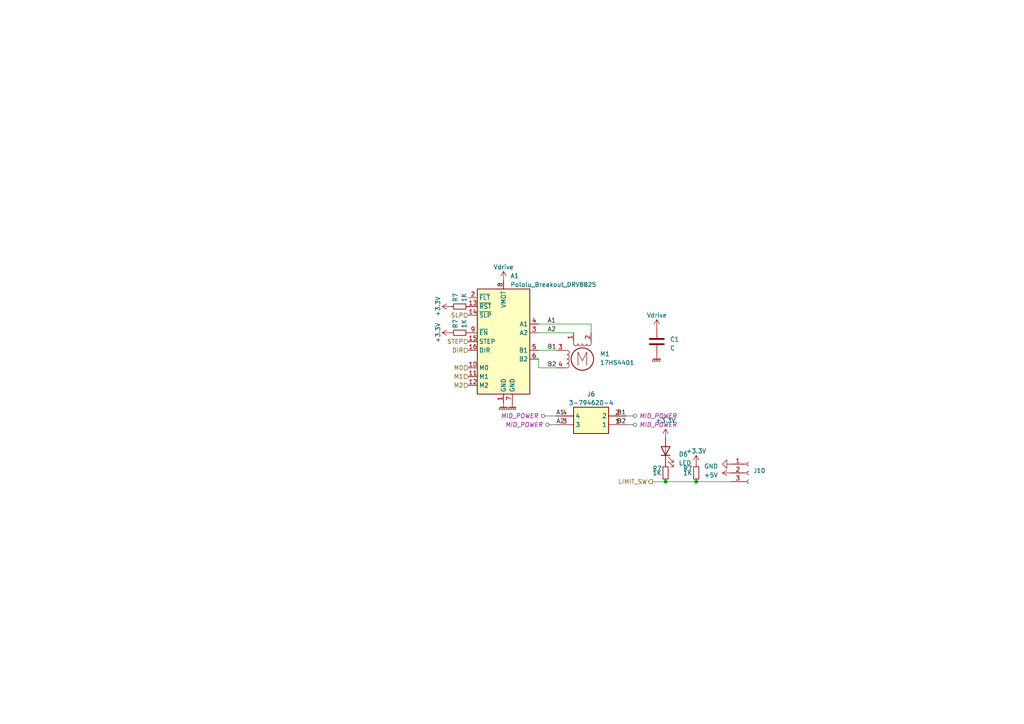
<source format=kicad_sch>
(kicad_sch (version 20230121) (generator eeschema)
  (paper "A4")
  (lib_symbols
    (symbol "Connector:Conn_01x03_Socket" (pin_names (offset 1.016) hide)
      (property "Reference" "J" (at 0 5.08 0))
      (property "Value" "Conn_01x03_Socket" (at 0 -5.08 0))
      (symbol "Conn_01x03_Socket_1_1"
        (arc (start 0 -2.032) (mid -0.5058 -2.54) (end 0 -3.048) (stroke (width 0.1524)))
        (polyline (pts (xy -1.27 -2.54) (xy -0.508 -2.54)) (stroke (width 0.1524)))
        (polyline (pts (xy -1.27 0) (xy -0.508 0)) (stroke (width 0.1524)))
        (polyline (pts (xy -1.27 2.54) (xy -0.508 2.54)) (stroke (width 0.1524)))
        (arc (start 0 0.508) (mid -0.5058 0) (end 0 -0.508) (stroke (width 0.1524)))
        (arc (start 0 3.048) (mid -0.5058 2.54) (end 0 2.032) (stroke (width 0.1524)))
        (pin passive line (at -5.08 2.54 0) (length 3.81) (name "Pin_1") (number "1"))
        (pin passive line (at -5.08 0 0) (length 3.81) (name "Pin_2") (number "2"))
        (pin passive line (at -5.08 -2.54 0) (length 3.81) (name "Pin_3") (number "3"))
      )
    )
    (symbol "Device:C" (pin_numbers hide) (pin_names (offset 0.254))
      (property "Reference" "C" (at 0.635 2.54 0))
      (property "Value" "C" (at 0.635 -2.54 0))
      (symbol "C_0_1"
        (polyline (pts (xy -2.032 -0.762) (xy 2.032 -0.762)) (stroke (width 0.508)))
        (polyline (pts (xy -2.032 0.762) (xy 2.032 0.762)) (stroke (width 0.508)))
      )
      (symbol "C_1_1"
        (pin passive line (at 0 3.81 270) (length 2.794) (name "~") (number "1"))
        (pin passive line (at 0 -3.81 90) (length 2.794) (name "~") (number "2"))
      )
    )
    (symbol "Device:LED" (pin_numbers hide) (pin_names (offset 1.016) hide)
      (property "Reference" "D" (at 0 2.54 0))
      (property "Value" "LED" (at 0 -2.54 0))
      (symbol "LED_0_1"
        (polyline (pts (xy -1.27 -1.27) (xy -1.27 1.27)) (stroke (width 0.254)))
        (polyline (pts (xy -1.27 0) (xy 1.27 0)))
        (polyline (pts (xy 1.27 -1.27) (xy 1.27 1.27) (xy -1.27 0) (xy 1.27 -1.27)) (stroke (width 0.254)))
        (polyline (pts (xy -3.048 -0.762) (xy -4.572 -2.286) (xy -3.81 -2.286) (xy -4.572 -2.286) (xy -4.572 -1.524)))
        (polyline (pts (xy -1.778 -0.762) (xy -3.302 -2.286) (xy -2.54 -2.286) (xy -3.302 -2.286) (xy -3.302 -1.524)))
      )
      (symbol "LED_1_1"
        (pin passive line (at -3.81 0 0) (length 2.54) (name "K") (number "1"))
        (pin passive line (at 3.81 0 180) (length 2.54) (name "A") (number "2"))
      )
    )
    (symbol "Device:R_Small" (pin_numbers hide) (pin_names (offset 0.254) hide)
      (property "Reference" "R" (at 0.762 0.508 0))
      (property "Value" "R_Small" (at 0.762 -1.016 0))
      (symbol "R_Small_0_1"
        (rectangle (start -0.762 1.778) (end 0.762 -1.778) (stroke (width 0.2032)))
      )
      (symbol "R_Small_1_1"
        (pin passive line (at 0 2.54 270) (length 0.762) (name "~") (number "1"))
        (pin passive line (at 0 -2.54 90) (length 0.762) (name "~") (number "2"))
      )
    )
    (symbol "Driver_Motor:Pololu_Breakout_DRV8825"
      (property "Reference" "A" (at -2.54 16.51 0))
      (property "Value" "Pololu_Breakout_DRV8825" (at -2.54 13.97 0))
      (symbol "Pololu_Breakout_DRV8825_0_1"
        (rectangle (start 7.62 -17.78) (end -7.62 12.7) (stroke (width 0.254)) (fill (type background)))
      )
      (symbol "Pololu_Breakout_DRV8825_1_1"
        (pin power_in line (at 0 -20.32 90) (length 2.54) (name "GND") (number "1"))
        (pin input line (at -10.16 -10.16 0) (length 2.54) (name "M0") (number "10"))
        (pin input line (at -10.16 -12.7 0) (length 2.54) (name "M1") (number "11"))
        (pin input line (at -10.16 -15.24 0) (length 2.54) (name "M2") (number "12"))
        (pin input line (at -10.16 7.62 0) (length 2.54) (name "~{RST}") (number "13"))
        (pin input line (at -10.16 5.08 0) (length 2.54) (name "~{SLP}") (number "14"))
        (pin input line (at -10.16 -2.54 0) (length 2.54) (name "STEP") (number "15"))
        (pin input line (at -10.16 -5.08 0) (length 2.54) (name "DIR") (number "16"))
        (pin output line (at -10.16 10.16 0) (length 2.54) (name "~{FLT}") (number "2"))
        (pin output line (at 10.16 0 180) (length 2.54) (name "A2") (number "3"))
        (pin output line (at 10.16 2.54 180) (length 2.54) (name "A1") (number "4"))
        (pin output line (at 10.16 -5.08 180) (length 2.54) (name "B1") (number "5"))
        (pin output line (at 10.16 -7.62 180) (length 2.54) (name "B2") (number "6"))
        (pin power_in line (at 2.54 -20.32 90) (length 2.54) (name "GND") (number "7"))
        (pin power_in line (at 0 15.24 270) (length 2.54) (name "VMOT") (number "8"))
        (pin input line (at -10.16 0 0) (length 2.54) (name "~{EN}") (number "9"))
      )
    )
    (symbol "Motor:Stepper_Motor_bipolar" (pin_names (offset 0) hide)
      (property "Reference" "M" (at 3.81 2.54 0))
      (property "Value" "Stepper_Motor_bipolar" (at 3.81 1.27 0))
      (symbol "Stepper_Motor_bipolar_0_0"
        (polyline (pts (xy -1.27 -1.778) (xy -1.27 2.032) (xy 0 -0.508) (xy 1.27 2.032) (xy 1.27 -1.778)))
      )
      (symbol "Stepper_Motor_bipolar_0_1"
        (arc (start -4.445 -2.54) (mid -3.8127 -1.905) (end -4.445 -1.27))
        (arc (start -4.445 -1.27) (mid -3.8127 -0.635) (end -4.445 0))
        (arc (start -4.445 0) (mid -3.8127 0.635) (end -4.445 1.27))
        (arc (start -4.445 1.27) (mid -3.8127 1.905) (end -4.445 2.54))
        (arc (start -2.54 4.445) (mid -1.905 3.8127) (end -1.27 4.445))
        (arc (start -1.27 4.445) (mid -0.635 3.8127) (end 0 4.445))
        (polyline (pts (xy -5.08 -2.54) (xy -4.445 -2.54)))
        (polyline (pts (xy -5.08 2.54) (xy -4.445 2.54)))
        (polyline (pts (xy -2.54 5.08) (xy -2.54 4.445)))
        (polyline (pts (xy 2.54 5.08) (xy 2.54 4.445)))
        (circle (center 0 0) (radius 3.2512) (stroke (width 0.254)))
        (arc (start 0 4.445) (mid 0.635 3.8127) (end 1.27 4.445))
        (arc (start 1.27 4.445) (mid 1.905 3.8127) (end 2.54 4.445))
      )
      (symbol "Stepper_Motor_bipolar_1_1"
        (pin passive line (at -2.54 7.62 270) (length 2.54) (name "~") (number "1"))
        (pin passive line (at 2.54 7.62 270) (length 2.54) (name "-") (number "2"))
        (pin passive line (at -7.62 2.54 0) (length 2.54) (name "~") (number "3"))
        (pin passive line (at -7.62 -2.54 0) (length 2.54) (name "~") (number "4"))
      )
    )
    (symbol "SamacSys_Parts:3-794620-4"
      (property "Reference" "J" (at 16.51 7.62 0))
      (property "Value" "3-794620-4" (at 16.51 5.08 0))
      (symbol "3-794620-4_1_1"
        (rectangle (start 5.08 2.54) (end 15.24 -5.08) (stroke (width 0.254)) (fill (type background)))
        (pin passive line (at 20.32 -2.54 180) (length 5.08) (name "1") (number "1"))
        (pin passive line (at 20.32 0 180) (length 5.08) (name "2") (number "2"))
        (pin passive line (at 0 -2.54 0) (length 5.08) (name "3") (number "3"))
        (pin passive line (at 0 0 0) (length 5.08) (name "4") (number "4"))
      )
    )
    (symbol "power:+3.3V" (power) (pin_names (offset 0))
      (property "Value" "+3.3V" (at 0 3.556 0))
      (symbol "+3.3V_0_1"
        (polyline (pts (xy -0.762 1.27) (xy 0 2.54)))
        (polyline (pts (xy 0 0) (xy 0 2.54)))
        (polyline (pts (xy 0 2.54) (xy 0.762 1.27)))
      )
      (symbol "+3.3V_1_1"
        (pin power_in line (at 0 0 90) (length 0) hide (name "+3.3V") (number "1"))
      )
    )
    (symbol "power:+5V" (power) (pin_names (offset 0))
      (property "Value" "+5V" (at 0 3.556 0))
      (symbol "+5V_0_1"
        (polyline (pts (xy -0.762 1.27) (xy 0 2.54)))
        (polyline (pts (xy 0 0) (xy 0 2.54)))
        (polyline (pts (xy 0 2.54) (xy 0.762 1.27)))
      )
      (symbol "+5V_1_1"
        (pin power_in line (at 0 0 90) (length 0) hide (name "+5V") (number "1"))
      )
    )
    (symbol "power:GND" (power) (pin_names (offset 0))
      (property "Value" "GND" (at 0 -3.81 0))
      (symbol "GND_0_1"
        (polyline (pts (xy 0 0) (xy 0 -1.27) (xy 1.27 -1.27) (xy 0 -2.54) (xy -1.27 -1.27) (xy 0 -1.27)))
      )
      (symbol "GND_1_1"
        (pin power_in line (at 0 0 270) (length 0) hide (name "GND") (number "1"))
      )
    )
    (symbol "power:GNDPWR" (power) (pin_names (offset 0))
      (property "Value" "GNDPWR" (at 0 -3.302 0))
      (symbol "GNDPWR_0_1"
        (polyline (pts (xy 0 -1.27) (xy 0 0)))
        (polyline (pts (xy -1.016 -1.27) (xy -1.27 -2.032) (xy -1.27 -2.032)) (stroke (width 0.2032)))
        (polyline (pts (xy -0.508 -1.27) (xy -0.762 -2.032) (xy -0.762 -2.032)) (stroke (width 0.2032)))
        (polyline (pts (xy 0 -1.27) (xy -0.254 -2.032) (xy -0.254 -2.032)) (stroke (width 0.2032)))
        (polyline (pts (xy 0.508 -1.27) (xy 0.254 -2.032) (xy 0.254 -2.032)) (stroke (width 0.2032)))
        (polyline (pts (xy 1.016 -1.27) (xy -1.016 -1.27) (xy -1.016 -1.27)) (stroke (width 0.2032)))
        (polyline (pts (xy 1.016 -1.27) (xy 0.762 -2.032) (xy 0.762 -2.032) (xy 0.762 -2.032)) (stroke (width 0.2032)))
      )
      (symbol "GNDPWR_1_1"
        (pin power_in line (at 0 0 270) (length 0) hide (name "GNDPWR") (number "1"))
      )
    )
    (symbol "power:Vdrive" (power) (pin_names (offset 0))
      (property "Value" "Vdrive" (at 0 3.81 0))
      (symbol "Vdrive_0_1"
        (polyline (pts (xy -0.762 1.27) (xy 0 2.54)))
        (polyline (pts (xy 0 0) (xy 0 2.54)))
        (polyline (pts (xy 0 2.54) (xy 0.762 1.27)))
      )
      (symbol "Vdrive_1_1"
        (pin power_in line (at 0 0 90) (length 0) hide (name "Vdrive") (number "1"))
      )
    )
  )
  (junction (at 201.93 139.7))
  (junction (at 193.04 139.7))
  (wire (pts (xy 156.21 96.52) (xy 166.37 96.52)))
  (wire (pts (xy 156.21 93.98) (xy 171.45 93.98)))
  (wire (pts (xy 156.21 106.68) (xy 156.21 104.14)))
  (wire (pts (xy 156.21 106.68) (xy 161.29 106.68)))
  (wire (pts (xy 189.23 139.7) (xy 193.04 139.7)))
  (wire (pts (xy 160.02 120.65) (xy 161.29 120.65)))
  (wire (pts (xy 171.45 93.98) (xy 171.45 96.52)))
  (wire (pts (xy 201.93 139.7) (xy 212.09 139.7)))
  (wire (pts (xy 193.04 139.7) (xy 201.93 139.7)))
  (wire (pts (xy 156.21 101.6) (xy 161.29 101.6)))
  (label "A1" (at 161.2576 120.65 0))
  (label "A2" (at 161.29 123.19 0))
  (label "B1" (at 181.61 120.65 180))
  (label "A2" (at 158.7824 96.52 0))
  (label "B1" (at 158.75 101.6 0))
  (label "B2" (at 181.61 123.19 180))
  (label "B2" (at 158.75 106.68 0))
  (label "A1" (at 158.75 93.98 0))
  (hierarchical_label "LIMIT_SW" (shape output) (at 189.23 139.7 180))
  (hierarchical_label "DIR" (shape input) (at 135.89 101.6 180))
  (hierarchical_label "M1" (shape input) (at 135.89 109.22 180))
  (hierarchical_label "STEP" (shape input) (at 135.89 99.06 180))
  (hierarchical_label "M0" (shape input) (at 135.89 106.68 180))
  (hierarchical_label "SLP" (shape input) (at 135.89 91.44 180))
  (hierarchical_label "M2" (shape input) (at 135.89 111.76 180))
  (netclass_flag "" (length 2.54) (shape round) (at 160.02 120.65 90) (property "Netclass" "MID_POWER" (at 156.21 120.65 0) (effects (font italic) (justify right))))
  (netclass_flag "" (length 2.54) (shape round) (at 181.61 123.19 270) (property "Netclass" "MID_POWER" (at 185.42 123.19 0) (effects (font italic) (justify left))))
  (netclass_flag "" (length 2.54) (shape round) (at 161.29 123.19 90) (property "Netclass" "MID_POWER" (at 157.48 123.19 0) (effects (font italic) (justify right))))
  (netclass_flag "" (length 2.54) (shape round) (at 181.61 120.65 270) (property "Netclass" "MID_POWER" (at 185.42 120.65 0) (effects (font italic) (justify left))))
  (symbol (lib_id "Motor:Stepper_Motor_bipolar") (at 168.91 104.14 0) (unit 1)
    (property "Reference" "M1" (at 173.99 102.6541 0) (effects (justify left)))
    (property "Value" "17HS4401" (at 173.99 105.1941 0) (effects (justify left)))
    (property "Footprint" "Connector_PinHeader_2.54mm:PinHeader_1x04_P2.54mm_Vertical" (effects hide))
    (property "Datasheet" "http://www.infineon.com/dgdl/Application-Note-TLE8110EE_driving_UniPolarStepperMotor_V1.1.pdf?fileId=db3a30431be39b97011be5d0aa0a00b0" (effects hide))
    (instances (project "armatron_wheel_driver" (path "" (reference "M1") (unit 1)) (path "" (reference "M2") (unit 1)) (path "" (reference "M3") (unit 1)) (path "" (reference "M4") (unit 1))))
  )
  (symbol (lib_id "Device:C") (at 190.5 99.06 0) (unit 1)
    (property "Reference" "C1" (at 194.31 98.425 0) (effects (justify left)))
    (property "Value" "C" (at 194.31 100.965 0) (effects (justify left)))
    (property "Footprint" "SamacSys_Parts:CAPAE850X1050N" (effects hide))
    (instances (project "armatron_wheel_driver" (path "" (reference "C1") (unit 1)) (path "" (reference "C2") (unit 1)) (path "" (reference "C3") (unit 1)) (path "" (reference "C4") (unit 1))))
  )
  (symbol (lib_id "power:+3.3V") (at 130.81 88.9 90) (unit 1)
    (property "Reference" "#PWR098" (effects hide))
    (property "Value" "+3.3V" (at 127 88.9 0))
    (instances (project "armatron_wheel_driver" (path "" (reference "#PWR098") (unit 1)) (path "" (reference "#PWR0101") (unit 1)) (path "" (reference "#PWR0102") (unit 1)) (path "" (reference "#PWR0103") (unit 1)) (path "" (reference "#PWR0104") (unit 1))) (project "armatron_power_board" (path "" (reference "#PWR05") (unit 1))))
  )
  (symbol (lib_id "Device:R_Small") (at 201.93 137.16 0) (unit 1)
    (property "Reference" "R7" (at 198.12 135.89 0) (effects (justify left)))
    (property "Value" "1K" (at 198.12 137.16 0) (effects (justify left)))
    (property "Footprint" "Resistor_SMD:R_0805_2012Metric_Pad1.20x1.40mm_HandSolder" (effects hide))
    (instances (project "armatron_wheel_driver" (path "" (reference "R7") (unit 1)) (path "" (reference "R23") (unit 1)) (path "" (reference "R24") (unit 1)) (path "" (reference "R25") (unit 1)) (path "" (reference "R26") (unit 1))))
  )
  (symbol (lib_id "SamacSys_Parts:3-794620-4") (at 161.29 120.65 0) (unit 1)
    (property "Reference" "J6" (at 171.45 114.3 0))
    (property "Value" "3-794620-4" (at 171.45 116.84 0))
    (property "Footprint" "SamacSys_Parts:37946204" (effects hide))
    (property "Datasheet" "https://www.te.com/commerce/DocumentDelivery/DDEController?Action=showdoc&DocId=Customer+Drawing%7F794620%7FG2%7Fpdf%7FEnglish%7FENG_CD_794620_G2.pdf%7F3-794620-4" (effects hide))
    (property "Height" "8.67" (effects hide))
    (property "Mouser Part Number" "571-3-794620-4" (effects hide))
    (property "Mouser Price/Stock" "https://www.mouser.co.uk/ProductDetail/TE-Connectivity/3-794620-4?qs=Rd%252BN518myCxql8zpqmt%252B6Q%3D%3D" (effects hide))
    (property "Manufacturer_Name" "TE Connectivity" (effects hide))
    (property "Manufacturer_Part_Number" "3-794620-4" (effects hide))
    (instances (project "armatron_wheel_driver" (path "" (reference "J6") (unit 1)) (path "" (reference "J7") (unit 1)) (path "" (reference "J8") (unit 1)) (path "" (reference "J9") (unit 1))))
  )
  (symbol (lib_id "power:GNDPWR") (at 146.05 116.84 0) (unit 1)
    (property "Reference" "#PWR05" (effects hide))
    (property "Value" "GNDPWR" (effects hide))
    (instances (project "armatron_wheel_driver" (path "" (reference "#PWR05") (unit 1)) (path "" (reference "#PWR03") (unit 1)) (path "" (reference "#PWR05") (unit 1)) (path "" (reference "#PWR08") (unit 1)) (path "" (reference "#PWR011") (unit 1))))
  )
  (symbol (lib_id "power:+3.3V") (at 201.93 134.62 0) (unit 1)
    (property "Reference" "#PWR096" (effects hide))
    (property "Value" "+3.3V" (at 201.93 130.81 0))
    (instances (project "armatron_wheel_driver" (path "" (reference "#PWR096") (unit 1)) (path "" (reference "#PWR0106") (unit 1)) (path "" (reference "#PWR0109") (unit 1)) (path "" (reference "#PWR0112") (unit 1)) (path "" (reference "#PWR0115") (unit 1))))
  )
  (symbol (lib_id "power:Vdrive") (at 146.05 81.28 0) (unit 1)
    (property "Reference" "#PWR026" (effects hide))
    (property "Value" "Vdrive" (at 146.05 77.47 0))
    (instances (project "armatron_wheel_driver" (path "" (reference "#PWR026") (unit 1)) (path "" (reference "#PWR01") (unit 1)) (path "" (reference "#PWR02") (unit 1)) (path "" (reference "#PWR07") (unit 1)) (path "" (reference "#PWR010") (unit 1))))
  )
  (symbol (lib_id "Driver_Motor:Pololu_Breakout_DRV8825") (at 146.05 96.52 0) (unit 1)
    (property "Reference" "A1" (at 148.0059 80.01 0) (effects (justify left)))
    (property "Value" "Pololu_Breakout_DRV8825" (at 148.0059 82.55 0) (effects (justify left)))
    (property "Footprint" "Module:Pololu_Breakout-16_15.2x20.3mm" (effects hide))
    (property "Datasheet" "https://www.pololu.com/product/2982" (effects hide))
    (instances (project "armatron_wheel_driver" (path "" (reference "A1") (unit 1)) (path "" (reference "A2") (unit 1)) (path "" (reference "A1") (unit 1)) (path "" (reference "A3") (unit 1)) (path "" (reference "A4") (unit 1))))
  )
  (symbol (lib_id "Device:R_Small") (at 133.35 96.52 90) (unit 1)
    (property "Reference" "R7" (at 132.08 95.25 0) (effects (justify left)))
    (property "Value" "1K" (at 134.62 95.25 0) (effects (justify left)))
    (property "Footprint" "Resistor_SMD:R_0805_2012Metric_Pad1.20x1.40mm_HandSolder" (effects hide))
    (instances (project "armatron_wheel_driver" (path "" (reference "R7") (unit 1)) (path "" (reference "R33") (unit 1)) (path "" (reference "R34") (unit 1)) (path "" (reference "R35") (unit 1)) (path "" (reference "R36") (unit 1))))
  )
  (symbol (lib_id "power:+3.3V") (at 193.04 127 0) (unit 1)
    (property "Reference" "#PWR096" (effects hide))
    (property "Value" "+3.3V" (at 193.04 121.92 0))
    (instances (project "armatron_wheel_driver" (path "" (reference "#PWR096") (unit 1)) (path "" (reference "#PWR094") (unit 1)) (path "" (reference "#PWR095") (unit 1)) (path "" (reference "#PWR096") (unit 1)) (path "" (reference "#PWR097") (unit 1))))
  )
  (symbol (lib_id "power:Vdrive") (at 190.5 95.25 0) (unit 1)
    (property "Reference" "#PWR026" (effects hide))
    (property "Value" "Vdrive" (at 190.5 91.44 0))
    (instances (project "armatron_wheel_driver" (path "" (reference "#PWR026") (unit 1)) (path "" (reference "#PWR017") (unit 1)) (path "" (reference "#PWR018") (unit 1)) (path "" (reference "#PWR019") (unit 1)) (path "" (reference "#PWR020") (unit 1))))
  )
  (symbol (lib_id "Device:R_Small") (at 193.04 137.16 0) (unit 1)
    (property "Reference" "R7" (at 189.23 135.89 0) (effects (justify left)))
    (property "Value" "1K" (at 189.23 137.16 0) (effects (justify left)))
    (property "Footprint" "Resistor_SMD:R_0805_2012Metric_Pad1.20x1.40mm_HandSolder" (effects hide))
    (instances (project "armatron_wheel_driver" (path "" (reference "R7") (unit 1)) (path "" (reference "R7") (unit 1)) (path "" (reference "R20") (unit 1)) (path "" (reference "R21") (unit 1)) (path "" (reference "R22") (unit 1))))
  )
  (symbol (lib_id "power:GNDPWR") (at 190.5 102.87 0) (unit 1)
    (property "Reference" "#PWR05" (effects hide))
    (property "Value" "GNDPWR" (effects hide))
    (instances (project "armatron_wheel_driver" (path "" (reference "#PWR05") (unit 1)) (path "" (reference "#PWR013") (unit 1)) (path "" (reference "#PWR014") (unit 1)) (path "" (reference "#PWR015") (unit 1)) (path "" (reference "#PWR016") (unit 1))))
  )
  (symbol (lib_id "Device:LED") (at 193.04 130.81 90) (unit 1)
    (property "Reference" "D6" (at 196.85 131.7625 90) (effects (justify right)))
    (property "Value" "LED" (at 196.85 134.3025 90) (effects (justify right)))
    (property "Footprint" "LED_SMD:LED_0603_1608Metric_Pad1.05x0.95mm_HandSolder" (effects hide))
    (instances (project "armatron_wheel_driver" (path "" (reference "D6") (unit 1)) (path "" (reference "D7") (unit 1)) (path "" (reference "D8") (unit 1)) (path "" (reference "D9") (unit 1))))
  )
  (symbol (lib_id "power:+5V") (at 212.09 137.16 90) (unit 1)
    (property "Reference" "#PWR095" (effects hide))
    (property "Value" "+5V" (at 208.28 137.795 90) (effects (justify left)))
    (instances (project "armatron_wheel_driver" (path "" (reference "#PWR095") (unit 1)) (path "" (reference "#PWR0108") (unit 1)) (path "" (reference "#PWR0111") (unit 1)) (path "" (reference "#PWR0114") (unit 1)) (path "" (reference "#PWR0117") (unit 1))))
  )
  (symbol (lib_id "power:+3.3V") (at 130.81 96.52 90) (unit 1)
    (property "Reference" "#PWR098" (effects hide))
    (property "Value" "+3.3V" (at 127 96.52 0))
    (instances (project "armatron_wheel_driver" (path "" (reference "#PWR098") (unit 1)) (path "" (reference "#PWR0105") (unit 1)) (path "" (reference "#PWR0118") (unit 1)) (path "" (reference "#PWR0119") (unit 1)) (path "" (reference "#PWR0120") (unit 1))) (project "armatron_power_board" (path "" (reference "#PWR05") (unit 1))))
  )
  (symbol (lib_id "Device:R_Small") (at 133.35 88.9 90) (unit 1)
    (property "Reference" "R7" (at 132.08 87.63 0) (effects (justify left)))
    (property "Value" "1K" (at 134.62 87.63 0) (effects (justify left)))
    (property "Footprint" "Resistor_SMD:R_0805_2012Metric_Pad1.20x1.40mm_HandSolder" (effects hide))
    (instances (project "armatron_wheel_driver" (path "" (reference "R7") (unit 1)) (path "" (reference "R27") (unit 1)) (path "" (reference "R28") (unit 1)) (path "" (reference "R29") (unit 1)) (path "" (reference "R30") (unit 1))))
  )
  (symbol (lib_id "power:GND") (at 212.09 134.62 270) (unit 1)
    (property "Reference" "#PWR094" (effects hide))
    (property "Value" "GND" (at 208.28 135.255 90) (effects (justify right)))
    (instances (project "armatron_wheel_driver" (path "" (reference "#PWR094") (unit 1)) (path "" (reference "#PWR0107") (unit 1)) (path "" (reference "#PWR0110") (unit 1)) (path "" (reference "#PWR0113") (unit 1)) (path "" (reference "#PWR0116") (unit 1))))
  )
  (symbol (lib_id "power:GNDPWR") (at 148.59 116.84 0) (unit 1)
    (property "Reference" "#PWR06" (effects hide))
    (property "Value" "GNDPWR" (effects hide))
    (instances (project "armatron_wheel_driver" (path "" (reference "#PWR06") (unit 1)) (path "" (reference "#PWR04") (unit 1)) (path "" (reference "#PWR06") (unit 1)) (path "" (reference "#PWR09") (unit 1)) (path "" (reference "#PWR012") (unit 1))))
  )
  (symbol (lib_id "Connector:Conn_01x03_Socket") (at 217.17 137.16 0) (unit 1)
    (property "Reference" "J10" (at 218.44 136.525 0) (effects (justify left)))
    (property "Value" "Conn_01x03_Socket" (effects hide))
    (property "Footprint" "Connector_PinHeader_2.54mm:PinHeader_1x03_P2.54mm_Vertical" (effects hide))
    (instances (project "armatron_wheel_driver" (path "" (reference "J10") (unit 1)) (path "" (reference "J14") (unit 1)) (path "" (reference "J15") (unit 1)) (path "" (reference "J16") (unit 1)) (path "" (reference "J17") (unit 1))))
  )
)
</source>
